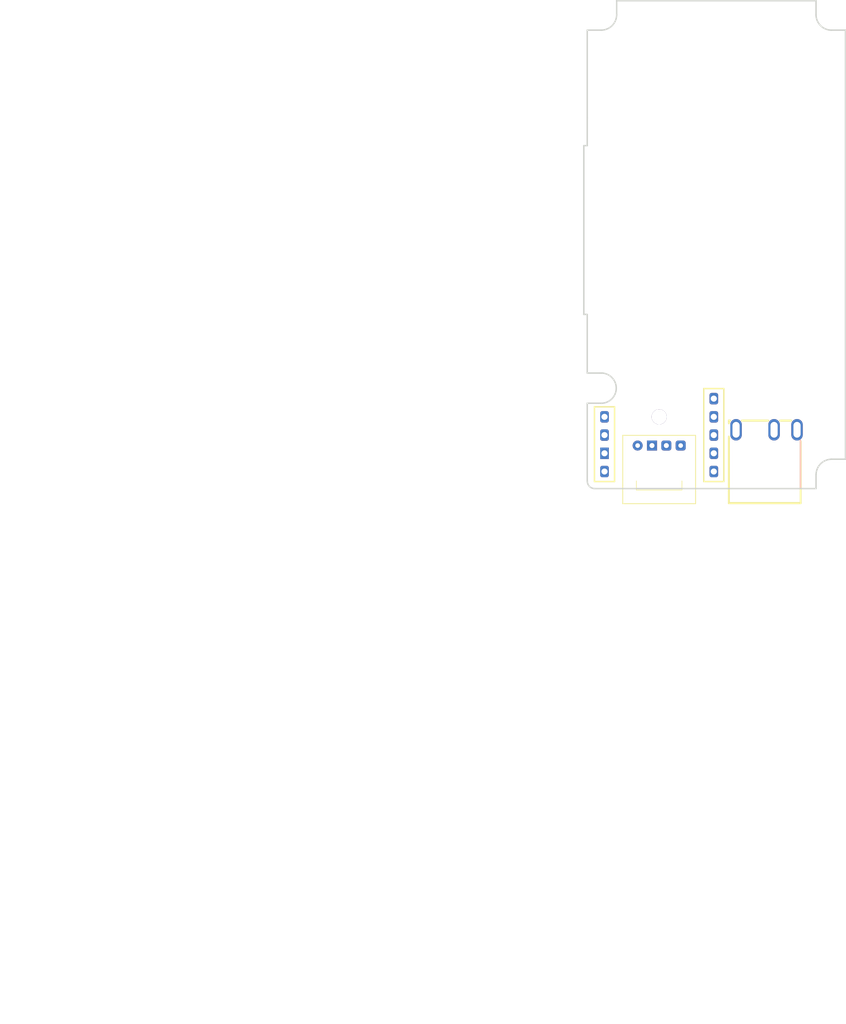
<source format=kicad_pcb>
(kicad_pcb (version 20221018) (generator pcbnew)
  (layers (0 "F.Cu" signal) (31 "B.Cu" signal) (34 "B.Paste" user) (35 "F.Paste" user) (36 "B.SilkS" user "B.Silkscreen") (37 "F.SilkS" user "F.Silkscreen") (38 "B.Mask" user) (39 "F.Mask" user) (44 "Edge.Cuts" user))
  (net 0 "")
  (net 1 "GND")
  (net 7 "/G39")
  (net 8 "Net-(J1-Pin_7)")
  (net 9 "Net-(J1-Pin_8)")
  (footprint "Library:Grove" (layer "F.Cu") (at 91.656 125.8)
    (fp_text reference "J2" hide)
    (fp_text value "Grove" hide)
    (fp_line (start -5.08 -7.62) (end 5.08 -7.62) (stroke (width 0.127)) (layer "F.SilkS"))
    (fp_line (start -5.08 1.905) (end -5.08 -7.62) (stroke (width 0.127)) (layer "F.SilkS"))
    (fp_line (start -3.175 -1.27) (end -3.175 0) (stroke (width 0.1)) (layer "F.SilkS"))
    (fp_line (start -3.175 0) (end 3.175 0) (stroke (width 0.1)) (layer "F.SilkS"))
    (fp_line (start 3.175 0) (end 3.175 -1.27) (stroke (width 0.1)) (layer "F.SilkS"))
    (fp_line (start 5.08 -7.62) (end 5.08 1.905) (stroke (width 0.127)) (layer "F.SilkS"))
    (fp_line (start 5.08 1.905) (end -5.08 1.905) (stroke (width 0.127)) (layer "F.SilkS"))
    (pad "" np_thru_hole circle locked (at 2 -1.545) (size 0.3 0.3) (drill 0.3) (layers "F&B.Cu" "*.Mask"))
    (pad "1" thru_hole roundrect locked (at 3 -6.2 90) (size 1.4 1.4) (drill 0.65) (layers "*.Cu") (net 7 "/G39"))
    (pad "2" thru_hole roundrect locked (at 1 -6.2 90) (size 1.4 1.4) (drill 0.7) (layers "*.Cu") (net 8 "Net-(J1-Pin_7)"))
    (pad "3" thru_hole rect locked (at -1 -6.2 90) (size 1.4 1.4) (drill 0.7) (layers "*.Cu") (net 9 "Net-(J1-Pin_8)"))
    (pad "4" thru_hole circle locked (at -3 -6.2 90) (size 1.4 1.4) (drill 0.65) (layers "*.Cu") (net 1 "GND"))
  )
  (footprint "Library:PowerJack" (layer "F.Cu") (at 106.62913 117.4 90)
    (fp_text reference "J3" hide)
    (fp_text value "Barrel_Jack_Switch" hide)
    (fp_line (start -10.25 -5.25) (end -10.25 4.75) (stroke (width 0.254)) (layer "F.SilkS"))
    (fp_line (start -10.25 -5.25) (end -0.993 -5.25) (stroke (width 0.254)) (layer "F.SilkS"))
    (fp_line (start -10.25 4.75) (end -1.651 4.75) (stroke (width 0.254)) (layer "F.SilkS"))
    (fp_line (start 0.893 -5.25) (end 1.25 -5.25) (stroke (width 0.254)) (layer "F.SilkS"))
    (fp_line (start 1.25 -5.25) (end 1.25 -5.088) (stroke (width 0.254)) (layer "F.SilkS"))
    (fp_line (start 1.25 -3.412) (end 1.25 0.212) (stroke (width 0.254)) (layer "F.SilkS"))
    (fp_line (start 1.25 1.888) (end 1.25 3.412) (stroke (width 0.254)) (layer "F.SilkS"))
    (pad "" np_thru_hole circle locked (at -6.2 1.05 90) (size 2.1 2.1) (drill 2.1) (layers "*.Cu" "*.Mask"))
    (pad "2" thru_hole oval locked (at 0 -4.25 180) (size 1.6 3) (drill oval 1 2.2) (layers "*.Cu" "*.Paste" "*.Mask"))
    (pad "3" thru_hole oval locked (at 0 1.05 180) (size 1.6 3) (drill oval 1 2.2) (layers "*.Cu" "*.Paste" "*.Mask"))
    (pad "4" thru_hole oval locked (at 0 4.25 180) (size 1.6 3) (drill oval 1 2.2) (layers "*.Cu" "*.Paste" "*.Mask"))
  )
  (footprint "Library:AtomIO" (layer "F.Cu") (at 0 200)
    (fp_text reference "J1" hide)
    (fp_text value "AtomIO" hide)
    (pad "" thru_hole circle locked (at 91.656 -84.4 270) (size 2.1 2.1) (drill 2.1) (layers "*.Cu"))
    (pad "1" thru_hole roundrect (at 99.276 -86.94) (size 1.2 1.6) (drill 0.85) (layers "*.Cu"))
    (pad "2" thru_hole roundrect (at 99.276 -84.4) (size 1.2 1.6) (drill 0.85) (layers "*.Cu"))
    (pad "3" thru_hole roundrect (at 99.276 -81.86) (size 1.2 1.6) (drill 0.85) (layers "*.Cu"))
    (pad "4" thru_hole roundrect (at 99.276 -79.32) (size 1.2 1.6) (drill 0.85) (layers "*.Cu"))
    (pad "5" thru_hole roundrect (at 99.276 -76.78) (size 1.2 1.6) (drill 0.85) (layers "*.Cu"))
    (pad "6" thru_hole roundrect (at 84.036 -84.4 180) (size 1.2 1.6) (drill 0.85) (layers "*.Cu") (net 7 "/G39"))
    (pad "7" thru_hole roundrect (at 84.036 -81.86 180) (size 1.2 1.6) (drill 0.85) (layers "*.Cu") (net 8 "Net-(J1-Pin_7)"))
    (pad "8" thru_hole rect (at 84.036 -79.32 180) (size 1.2 1.6) (drill 0.85) (layers "*.Cu") (net 9 "Net-(J1-Pin_8)"))
    (pad "9" thru_hole roundrect (at 84.036 -76.78 180) (size 1.2 1.6) (drill 0.85) (layers "*.Cu") (net 1 "GND"))
  )
  (gr_line locked (start 111.356 125.6) (end 111.356 118.9) (stroke (width 0.2)) (layer "B.SilkS"))
  (gr_line locked (start 82.636 114.2) (end 85.436 114.2) (stroke (width 0.2)) (layer "F.SilkS"))
  (gr_line locked (start 111.37913 127.59988) (end 111.37913 119.00139) (stroke (width 0.254)) (layer "F.SilkS"))
  (gr_line locked (start 101.3792 116.4566) (end 101.3792 116.10003) (stroke (width 0.254)) (layer "F.SilkS"))
  (gr_line locked (start 97.876 111.66) (end 100.676 111.66) (stroke (width 0.2)) (layer "F.SilkS"))
  (gr_line locked (start 101.3792 116.10003) (end 101.54118 116.10003) (stroke (width 0.254)) (layer "F.SilkS"))
  (gr_line locked (start 100.676 124.62) (end 100.676 111.66) (stroke (width 0.2)) (layer "F.SilkS"))
  (gr_line locked (start 101.3792 127.59988) (end 101.3792 118.34341) (stroke (width 0.254)) (layer "F.SilkS"))
  (gr_line locked (start 97.876 124.62) (end 100.676 124.62) (stroke (width 0.2)) (layer "F.SilkS"))
  (gr_line locked (start 82.636 124.62) (end 85.436 124.62) (stroke (width 0.2)) (layer "F.SilkS"))
  (gr_line locked (start 108.51719 116.10003) (end 110.04103 116.10003) (stroke (width 0.254)) (layer "F.SilkS"))
  (gr_line locked (start 97.876 124.62) (end 97.876 111.66) (stroke (width 0.2)) (layer "F.SilkS"))
  (gr_line locked (start 85.436 124.62) (end 85.436 114.2) (stroke (width 0.2)) (layer "F.SilkS"))
  (gr_line locked (start 82.636 124.62) (end 82.636 114.2) (stroke (width 0.2)) (layer "F.SilkS"))
  (gr_line locked (start 101.3792 127.59988) (end 111.37918 127.59988) (stroke (width 0.254)) (layer "F.SilkS"))
  (gr_line locked (start 103.21722 116.10003) (end 106.84114 116.10003) (stroke (width 0.254)) (layer "F.SilkS"))
  (gr_line locked (start 81.62913 77.8) (end 81.153 77.8) (stroke (width 0.2)) (layer "Edge.Cuts"))
  (gr_arc locked (start 113.538 123.668) (mid 114.170356 122.141356) (end 115.697 121.509) (stroke (width 0.2)) (layer "Edge.Cuts"))
  (gr_line locked (start 81.62913 109.5) (end 83.62913 109.5) (stroke (width 0.2)) (layer "Edge.Cuts"))
  (gr_line locked (start 115.62913 61.7) (end 117.62913 61.7) (stroke (width 0.2)) (layer "Edge.Cuts"))
  (gr_line locked (start 82.62913 125.6) (end 113.52913 125.6) (stroke (width 0.2)) (layer "Edge.Cuts"))
  (gr_line locked (start 81.62913 77.8) (end 81.62913 73.9) (stroke (width 0.2)) (layer "Edge.Cuts"))
  (gr_arc locked (start 85.730018 59.538) (mid 85.096192 61.068192) (end 83.566 61.702018) (stroke (width 0.2)) (layer "Edge.Cuts"))
  (gr_line locked (start 81.153 77.8) (end 81.153 101.321) (stroke (width 0.2)) (layer "Edge.Cuts"))
  (gr_line locked (start 85.72913 57.6) (end 113.52913 57.6) (stroke (width 0.2)) (layer "Edge.Cuts"))
  (gr_arc locked (start 115.697 61.706756) (mid 114.163458 61.071542) (end 113.528244 59.538) (stroke (width 0.2)) (layer "Edge.Cuts"))
  (gr_line locked (start 117.62913 121.5) (end 117.62913 61.7) (stroke (width 0.2)) (layer "Edge.Cuts"))
  (gr_line locked (start 81.62913 124.6) (end 81.62913 113.7) (stroke (width 0.2)) (layer "Edge.Cuts"))
  (gr_line locked (start 81.62913 61.7) (end 83.62913 61.7) (stroke (width 0.2)) (layer "Edge.Cuts"))
  (gr_line locked (start 81.62913 73.9) (end 81.62913 61.7) (stroke (width 0.2)) (layer "Edge.Cuts"))
  (gr_line locked (start 81.153 101.321) (end 81.62913 101.321) (stroke (width 0.2)) (layer "Edge.Cuts"))
  (gr_line locked (start 115.62913 121.5) (end 117.62913 121.5) (stroke (width 0.2)) (layer "Edge.Cuts"))
  (gr_arc locked (start 83.566 109.489055) (mid 85.674945 111.598) (end 83.566 113.706945) (stroke (width 0.2)) (layer "Edge.Cuts"))
  (gr_line locked (start 113.52913 59.6) (end 113.52913 57.6) (stroke (width 0.2)) (layer "Edge.Cuts"))
  (gr_arc locked (start 82.677 125.601103) (mid 81.942243 125.296757) (end 81.637897 124.562) (stroke (width 0.2)) (layer "Edge.Cuts"))
  (gr_line locked (start 113.52913 125.6) (end 113.52913 123.6) (stroke (width 0.2)) (layer "Edge.Cuts"))
  (gr_line locked (start 81.62913 113.7) (end 83.62913 113.7) (stroke (width 0.2)) (layer "Edge.Cuts"))
  (gr_line locked (start 85.72913 59.6) (end 85.72913 57.6) (stroke (width 0.2)) (layer "Edge.Cuts"))
  (gr_line locked (start 81.62913 109.5) (end 81.62913 101.4) (stroke (width 0.2)) (layer "Edge.Cuts"))
)
</source>
